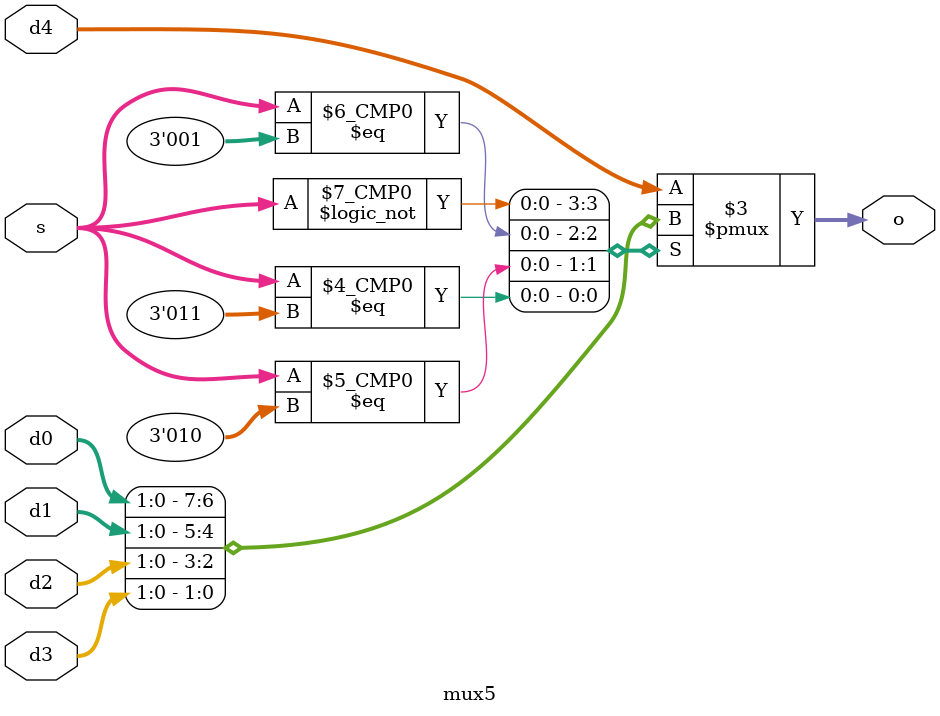
<source format=v>

module mux5 #(parameter WIREWIDTH = 1) (input wire [2:0] s,
					input wire [WIREWIDTH:0] d0, d1, d2,d3, d4,
					output reg [WIREWIDTH:0] o);

   always @* begin
      case(s)
	0: o = d0;
	1: o = d1;
        2: o = d2;
        3: o = d3;
        default: o = d4;
      endcase
   end

endmodule
</source>
